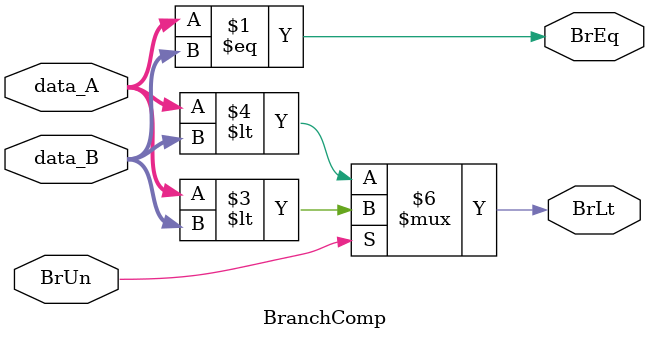
<source format=v>
module BranchComp(
	input [31:0] data_A,
	input [31:0] data_B,
	input BrUn,

	output BrEq,
	output reg BrLt
);

assign BrEq = data_A == data_B;

always@(*) begin
  if (BrUn) BrLt <= $unsigned(data_A) < $unsigned(data_B);
  else BrLt <= $signed(data_A) < $signed(data_B);
end

endmodule

</source>
